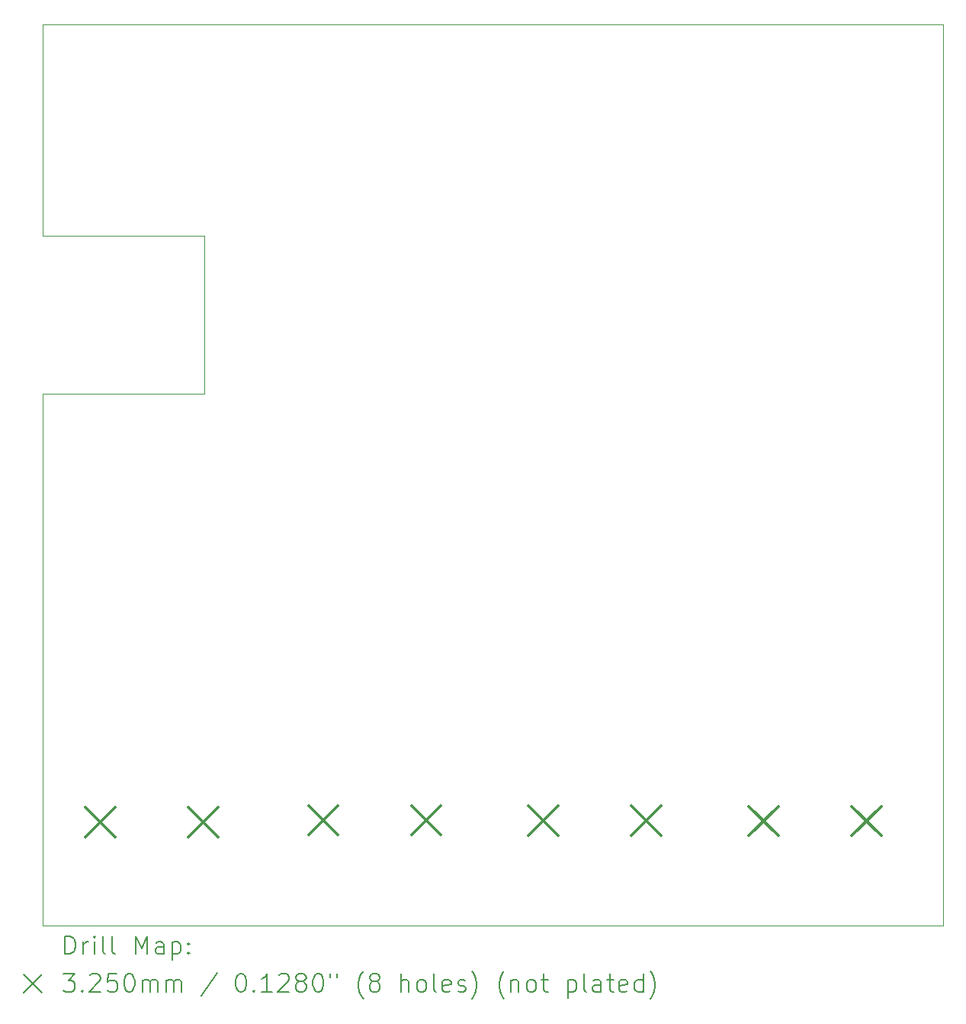
<source format=gbr>
%FSLAX45Y45*%
G04 Gerber Fmt 4.5, Leading zero omitted, Abs format (unit mm)*
G04 Created by KiCad (PCBNEW (6.0.4)) date 2022-04-25 08:26:35*
%MOMM*%
%LPD*%
G01*
G04 APERTURE LIST*
%TA.AperFunction,Profile*%
%ADD10C,0.100000*%
%TD*%
%ADD11C,0.200000*%
%ADD12C,0.325000*%
G04 APERTURE END LIST*
D10*
X10000000Y-15000000D02*
X20000000Y-15000000D01*
X20000000Y-15000000D02*
X20000000Y-5000000D01*
X10000000Y-5000000D02*
X10000000Y-7350000D01*
X20000000Y-5000000D02*
X10000000Y-5000000D01*
X11800000Y-7350000D02*
X11800000Y-9100000D01*
X11800000Y-9100000D02*
X10000000Y-9100000D01*
X10000000Y-7350000D02*
X11800000Y-7350000D01*
X10000000Y-9100000D02*
X10000000Y-15000000D01*
D11*
D12*
X10480100Y-13690200D02*
X10805100Y-14015200D01*
X10805100Y-13690200D02*
X10480100Y-14015200D01*
X11623100Y-13690200D02*
X11948100Y-14015200D01*
X11948100Y-13690200D02*
X11623100Y-14015200D01*
X12959140Y-13667340D02*
X13284140Y-13992340D01*
X13284140Y-13667340D02*
X12959140Y-13992340D01*
X14102140Y-13667340D02*
X14427140Y-13992340D01*
X14427140Y-13667340D02*
X14102140Y-13992340D01*
X15400080Y-13673360D02*
X15725080Y-13998360D01*
X15725080Y-13673360D02*
X15400080Y-13998360D01*
X16543080Y-13673360D02*
X16868080Y-13998360D01*
X16868080Y-13673360D02*
X16543080Y-13998360D01*
X17846100Y-13677500D02*
X18171100Y-14002500D01*
X18171100Y-13677500D02*
X17846100Y-14002500D01*
X18989100Y-13677500D02*
X19314100Y-14002500D01*
X19314100Y-13677500D02*
X18989100Y-14002500D01*
D11*
X10252619Y-15315476D02*
X10252619Y-15115476D01*
X10300238Y-15115476D01*
X10328810Y-15125000D01*
X10347857Y-15144048D01*
X10357381Y-15163095D01*
X10366905Y-15201190D01*
X10366905Y-15229762D01*
X10357381Y-15267857D01*
X10347857Y-15286905D01*
X10328810Y-15305952D01*
X10300238Y-15315476D01*
X10252619Y-15315476D01*
X10452619Y-15315476D02*
X10452619Y-15182143D01*
X10452619Y-15220238D02*
X10462143Y-15201190D01*
X10471667Y-15191667D01*
X10490714Y-15182143D01*
X10509762Y-15182143D01*
X10576429Y-15315476D02*
X10576429Y-15182143D01*
X10576429Y-15115476D02*
X10566905Y-15125000D01*
X10576429Y-15134524D01*
X10585952Y-15125000D01*
X10576429Y-15115476D01*
X10576429Y-15134524D01*
X10700238Y-15315476D02*
X10681190Y-15305952D01*
X10671667Y-15286905D01*
X10671667Y-15115476D01*
X10805000Y-15315476D02*
X10785952Y-15305952D01*
X10776429Y-15286905D01*
X10776429Y-15115476D01*
X11033571Y-15315476D02*
X11033571Y-15115476D01*
X11100238Y-15258333D01*
X11166905Y-15115476D01*
X11166905Y-15315476D01*
X11347857Y-15315476D02*
X11347857Y-15210714D01*
X11338333Y-15191667D01*
X11319286Y-15182143D01*
X11281190Y-15182143D01*
X11262143Y-15191667D01*
X11347857Y-15305952D02*
X11328809Y-15315476D01*
X11281190Y-15315476D01*
X11262143Y-15305952D01*
X11252619Y-15286905D01*
X11252619Y-15267857D01*
X11262143Y-15248809D01*
X11281190Y-15239286D01*
X11328809Y-15239286D01*
X11347857Y-15229762D01*
X11443095Y-15182143D02*
X11443095Y-15382143D01*
X11443095Y-15191667D02*
X11462143Y-15182143D01*
X11500238Y-15182143D01*
X11519286Y-15191667D01*
X11528809Y-15201190D01*
X11538333Y-15220238D01*
X11538333Y-15277381D01*
X11528809Y-15296428D01*
X11519286Y-15305952D01*
X11500238Y-15315476D01*
X11462143Y-15315476D01*
X11443095Y-15305952D01*
X11624048Y-15296428D02*
X11633571Y-15305952D01*
X11624048Y-15315476D01*
X11614524Y-15305952D01*
X11624048Y-15296428D01*
X11624048Y-15315476D01*
X11624048Y-15191667D02*
X11633571Y-15201190D01*
X11624048Y-15210714D01*
X11614524Y-15201190D01*
X11624048Y-15191667D01*
X11624048Y-15210714D01*
X9795000Y-15545000D02*
X9995000Y-15745000D01*
X9995000Y-15545000D02*
X9795000Y-15745000D01*
X10233571Y-15535476D02*
X10357381Y-15535476D01*
X10290714Y-15611667D01*
X10319286Y-15611667D01*
X10338333Y-15621190D01*
X10347857Y-15630714D01*
X10357381Y-15649762D01*
X10357381Y-15697381D01*
X10347857Y-15716428D01*
X10338333Y-15725952D01*
X10319286Y-15735476D01*
X10262143Y-15735476D01*
X10243095Y-15725952D01*
X10233571Y-15716428D01*
X10443095Y-15716428D02*
X10452619Y-15725952D01*
X10443095Y-15735476D01*
X10433571Y-15725952D01*
X10443095Y-15716428D01*
X10443095Y-15735476D01*
X10528810Y-15554524D02*
X10538333Y-15545000D01*
X10557381Y-15535476D01*
X10605000Y-15535476D01*
X10624048Y-15545000D01*
X10633571Y-15554524D01*
X10643095Y-15573571D01*
X10643095Y-15592619D01*
X10633571Y-15621190D01*
X10519286Y-15735476D01*
X10643095Y-15735476D01*
X10824048Y-15535476D02*
X10728810Y-15535476D01*
X10719286Y-15630714D01*
X10728810Y-15621190D01*
X10747857Y-15611667D01*
X10795476Y-15611667D01*
X10814524Y-15621190D01*
X10824048Y-15630714D01*
X10833571Y-15649762D01*
X10833571Y-15697381D01*
X10824048Y-15716428D01*
X10814524Y-15725952D01*
X10795476Y-15735476D01*
X10747857Y-15735476D01*
X10728810Y-15725952D01*
X10719286Y-15716428D01*
X10957381Y-15535476D02*
X10976429Y-15535476D01*
X10995476Y-15545000D01*
X11005000Y-15554524D01*
X11014524Y-15573571D01*
X11024048Y-15611667D01*
X11024048Y-15659286D01*
X11014524Y-15697381D01*
X11005000Y-15716428D01*
X10995476Y-15725952D01*
X10976429Y-15735476D01*
X10957381Y-15735476D01*
X10938333Y-15725952D01*
X10928810Y-15716428D01*
X10919286Y-15697381D01*
X10909762Y-15659286D01*
X10909762Y-15611667D01*
X10919286Y-15573571D01*
X10928810Y-15554524D01*
X10938333Y-15545000D01*
X10957381Y-15535476D01*
X11109762Y-15735476D02*
X11109762Y-15602143D01*
X11109762Y-15621190D02*
X11119286Y-15611667D01*
X11138333Y-15602143D01*
X11166905Y-15602143D01*
X11185952Y-15611667D01*
X11195476Y-15630714D01*
X11195476Y-15735476D01*
X11195476Y-15630714D02*
X11205000Y-15611667D01*
X11224048Y-15602143D01*
X11252619Y-15602143D01*
X11271667Y-15611667D01*
X11281190Y-15630714D01*
X11281190Y-15735476D01*
X11376428Y-15735476D02*
X11376428Y-15602143D01*
X11376428Y-15621190D02*
X11385952Y-15611667D01*
X11405000Y-15602143D01*
X11433571Y-15602143D01*
X11452619Y-15611667D01*
X11462143Y-15630714D01*
X11462143Y-15735476D01*
X11462143Y-15630714D02*
X11471667Y-15611667D01*
X11490714Y-15602143D01*
X11519286Y-15602143D01*
X11538333Y-15611667D01*
X11547857Y-15630714D01*
X11547857Y-15735476D01*
X11938333Y-15525952D02*
X11766905Y-15783095D01*
X12195476Y-15535476D02*
X12214524Y-15535476D01*
X12233571Y-15545000D01*
X12243095Y-15554524D01*
X12252619Y-15573571D01*
X12262143Y-15611667D01*
X12262143Y-15659286D01*
X12252619Y-15697381D01*
X12243095Y-15716428D01*
X12233571Y-15725952D01*
X12214524Y-15735476D01*
X12195476Y-15735476D01*
X12176428Y-15725952D01*
X12166905Y-15716428D01*
X12157381Y-15697381D01*
X12147857Y-15659286D01*
X12147857Y-15611667D01*
X12157381Y-15573571D01*
X12166905Y-15554524D01*
X12176428Y-15545000D01*
X12195476Y-15535476D01*
X12347857Y-15716428D02*
X12357381Y-15725952D01*
X12347857Y-15735476D01*
X12338333Y-15725952D01*
X12347857Y-15716428D01*
X12347857Y-15735476D01*
X12547857Y-15735476D02*
X12433571Y-15735476D01*
X12490714Y-15735476D02*
X12490714Y-15535476D01*
X12471667Y-15564048D01*
X12452619Y-15583095D01*
X12433571Y-15592619D01*
X12624048Y-15554524D02*
X12633571Y-15545000D01*
X12652619Y-15535476D01*
X12700238Y-15535476D01*
X12719286Y-15545000D01*
X12728809Y-15554524D01*
X12738333Y-15573571D01*
X12738333Y-15592619D01*
X12728809Y-15621190D01*
X12614524Y-15735476D01*
X12738333Y-15735476D01*
X12852619Y-15621190D02*
X12833571Y-15611667D01*
X12824048Y-15602143D01*
X12814524Y-15583095D01*
X12814524Y-15573571D01*
X12824048Y-15554524D01*
X12833571Y-15545000D01*
X12852619Y-15535476D01*
X12890714Y-15535476D01*
X12909762Y-15545000D01*
X12919286Y-15554524D01*
X12928809Y-15573571D01*
X12928809Y-15583095D01*
X12919286Y-15602143D01*
X12909762Y-15611667D01*
X12890714Y-15621190D01*
X12852619Y-15621190D01*
X12833571Y-15630714D01*
X12824048Y-15640238D01*
X12814524Y-15659286D01*
X12814524Y-15697381D01*
X12824048Y-15716428D01*
X12833571Y-15725952D01*
X12852619Y-15735476D01*
X12890714Y-15735476D01*
X12909762Y-15725952D01*
X12919286Y-15716428D01*
X12928809Y-15697381D01*
X12928809Y-15659286D01*
X12919286Y-15640238D01*
X12909762Y-15630714D01*
X12890714Y-15621190D01*
X13052619Y-15535476D02*
X13071667Y-15535476D01*
X13090714Y-15545000D01*
X13100238Y-15554524D01*
X13109762Y-15573571D01*
X13119286Y-15611667D01*
X13119286Y-15659286D01*
X13109762Y-15697381D01*
X13100238Y-15716428D01*
X13090714Y-15725952D01*
X13071667Y-15735476D01*
X13052619Y-15735476D01*
X13033571Y-15725952D01*
X13024048Y-15716428D01*
X13014524Y-15697381D01*
X13005000Y-15659286D01*
X13005000Y-15611667D01*
X13014524Y-15573571D01*
X13024048Y-15554524D01*
X13033571Y-15545000D01*
X13052619Y-15535476D01*
X13195476Y-15535476D02*
X13195476Y-15573571D01*
X13271667Y-15535476D02*
X13271667Y-15573571D01*
X13566905Y-15811667D02*
X13557381Y-15802143D01*
X13538333Y-15773571D01*
X13528809Y-15754524D01*
X13519286Y-15725952D01*
X13509762Y-15678333D01*
X13509762Y-15640238D01*
X13519286Y-15592619D01*
X13528809Y-15564048D01*
X13538333Y-15545000D01*
X13557381Y-15516428D01*
X13566905Y-15506905D01*
X13671667Y-15621190D02*
X13652619Y-15611667D01*
X13643095Y-15602143D01*
X13633571Y-15583095D01*
X13633571Y-15573571D01*
X13643095Y-15554524D01*
X13652619Y-15545000D01*
X13671667Y-15535476D01*
X13709762Y-15535476D01*
X13728809Y-15545000D01*
X13738333Y-15554524D01*
X13747857Y-15573571D01*
X13747857Y-15583095D01*
X13738333Y-15602143D01*
X13728809Y-15611667D01*
X13709762Y-15621190D01*
X13671667Y-15621190D01*
X13652619Y-15630714D01*
X13643095Y-15640238D01*
X13633571Y-15659286D01*
X13633571Y-15697381D01*
X13643095Y-15716428D01*
X13652619Y-15725952D01*
X13671667Y-15735476D01*
X13709762Y-15735476D01*
X13728809Y-15725952D01*
X13738333Y-15716428D01*
X13747857Y-15697381D01*
X13747857Y-15659286D01*
X13738333Y-15640238D01*
X13728809Y-15630714D01*
X13709762Y-15621190D01*
X13985952Y-15735476D02*
X13985952Y-15535476D01*
X14071667Y-15735476D02*
X14071667Y-15630714D01*
X14062143Y-15611667D01*
X14043095Y-15602143D01*
X14014524Y-15602143D01*
X13995476Y-15611667D01*
X13985952Y-15621190D01*
X14195476Y-15735476D02*
X14176428Y-15725952D01*
X14166905Y-15716428D01*
X14157381Y-15697381D01*
X14157381Y-15640238D01*
X14166905Y-15621190D01*
X14176428Y-15611667D01*
X14195476Y-15602143D01*
X14224048Y-15602143D01*
X14243095Y-15611667D01*
X14252619Y-15621190D01*
X14262143Y-15640238D01*
X14262143Y-15697381D01*
X14252619Y-15716428D01*
X14243095Y-15725952D01*
X14224048Y-15735476D01*
X14195476Y-15735476D01*
X14376428Y-15735476D02*
X14357381Y-15725952D01*
X14347857Y-15706905D01*
X14347857Y-15535476D01*
X14528809Y-15725952D02*
X14509762Y-15735476D01*
X14471667Y-15735476D01*
X14452619Y-15725952D01*
X14443095Y-15706905D01*
X14443095Y-15630714D01*
X14452619Y-15611667D01*
X14471667Y-15602143D01*
X14509762Y-15602143D01*
X14528809Y-15611667D01*
X14538333Y-15630714D01*
X14538333Y-15649762D01*
X14443095Y-15668809D01*
X14614524Y-15725952D02*
X14633571Y-15735476D01*
X14671667Y-15735476D01*
X14690714Y-15725952D01*
X14700238Y-15706905D01*
X14700238Y-15697381D01*
X14690714Y-15678333D01*
X14671667Y-15668809D01*
X14643095Y-15668809D01*
X14624048Y-15659286D01*
X14614524Y-15640238D01*
X14614524Y-15630714D01*
X14624048Y-15611667D01*
X14643095Y-15602143D01*
X14671667Y-15602143D01*
X14690714Y-15611667D01*
X14766905Y-15811667D02*
X14776428Y-15802143D01*
X14795476Y-15773571D01*
X14805000Y-15754524D01*
X14814524Y-15725952D01*
X14824048Y-15678333D01*
X14824048Y-15640238D01*
X14814524Y-15592619D01*
X14805000Y-15564048D01*
X14795476Y-15545000D01*
X14776428Y-15516428D01*
X14766905Y-15506905D01*
X15128809Y-15811667D02*
X15119286Y-15802143D01*
X15100238Y-15773571D01*
X15090714Y-15754524D01*
X15081190Y-15725952D01*
X15071667Y-15678333D01*
X15071667Y-15640238D01*
X15081190Y-15592619D01*
X15090714Y-15564048D01*
X15100238Y-15545000D01*
X15119286Y-15516428D01*
X15128809Y-15506905D01*
X15205000Y-15602143D02*
X15205000Y-15735476D01*
X15205000Y-15621190D02*
X15214524Y-15611667D01*
X15233571Y-15602143D01*
X15262143Y-15602143D01*
X15281190Y-15611667D01*
X15290714Y-15630714D01*
X15290714Y-15735476D01*
X15414524Y-15735476D02*
X15395476Y-15725952D01*
X15385952Y-15716428D01*
X15376428Y-15697381D01*
X15376428Y-15640238D01*
X15385952Y-15621190D01*
X15395476Y-15611667D01*
X15414524Y-15602143D01*
X15443095Y-15602143D01*
X15462143Y-15611667D01*
X15471667Y-15621190D01*
X15481190Y-15640238D01*
X15481190Y-15697381D01*
X15471667Y-15716428D01*
X15462143Y-15725952D01*
X15443095Y-15735476D01*
X15414524Y-15735476D01*
X15538333Y-15602143D02*
X15614524Y-15602143D01*
X15566905Y-15535476D02*
X15566905Y-15706905D01*
X15576428Y-15725952D01*
X15595476Y-15735476D01*
X15614524Y-15735476D01*
X15833571Y-15602143D02*
X15833571Y-15802143D01*
X15833571Y-15611667D02*
X15852619Y-15602143D01*
X15890714Y-15602143D01*
X15909762Y-15611667D01*
X15919286Y-15621190D01*
X15928809Y-15640238D01*
X15928809Y-15697381D01*
X15919286Y-15716428D01*
X15909762Y-15725952D01*
X15890714Y-15735476D01*
X15852619Y-15735476D01*
X15833571Y-15725952D01*
X16043095Y-15735476D02*
X16024048Y-15725952D01*
X16014524Y-15706905D01*
X16014524Y-15535476D01*
X16205000Y-15735476D02*
X16205000Y-15630714D01*
X16195476Y-15611667D01*
X16176428Y-15602143D01*
X16138333Y-15602143D01*
X16119286Y-15611667D01*
X16205000Y-15725952D02*
X16185952Y-15735476D01*
X16138333Y-15735476D01*
X16119286Y-15725952D01*
X16109762Y-15706905D01*
X16109762Y-15687857D01*
X16119286Y-15668809D01*
X16138333Y-15659286D01*
X16185952Y-15659286D01*
X16205000Y-15649762D01*
X16271667Y-15602143D02*
X16347857Y-15602143D01*
X16300238Y-15535476D02*
X16300238Y-15706905D01*
X16309762Y-15725952D01*
X16328809Y-15735476D01*
X16347857Y-15735476D01*
X16490714Y-15725952D02*
X16471667Y-15735476D01*
X16433571Y-15735476D01*
X16414524Y-15725952D01*
X16405000Y-15706905D01*
X16405000Y-15630714D01*
X16414524Y-15611667D01*
X16433571Y-15602143D01*
X16471667Y-15602143D01*
X16490714Y-15611667D01*
X16500238Y-15630714D01*
X16500238Y-15649762D01*
X16405000Y-15668809D01*
X16671667Y-15735476D02*
X16671667Y-15535476D01*
X16671667Y-15725952D02*
X16652619Y-15735476D01*
X16614524Y-15735476D01*
X16595476Y-15725952D01*
X16585952Y-15716428D01*
X16576428Y-15697381D01*
X16576428Y-15640238D01*
X16585952Y-15621190D01*
X16595476Y-15611667D01*
X16614524Y-15602143D01*
X16652619Y-15602143D01*
X16671667Y-15611667D01*
X16747857Y-15811667D02*
X16757381Y-15802143D01*
X16776428Y-15773571D01*
X16785952Y-15754524D01*
X16795476Y-15725952D01*
X16805000Y-15678333D01*
X16805000Y-15640238D01*
X16795476Y-15592619D01*
X16785952Y-15564048D01*
X16776428Y-15545000D01*
X16757381Y-15516428D01*
X16747857Y-15506905D01*
M02*

</source>
